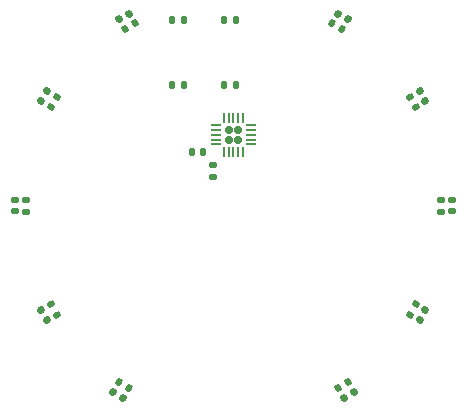
<source format=gtp>
%TF.GenerationSoftware,KiCad,Pcbnew,8.0.7*%
%TF.CreationDate,2024-12-04T21:33:05-06:00*%
%TF.ProjectId,b1,62312e6b-6963-4616-945f-706362585858,rev?*%
%TF.SameCoordinates,Original*%
%TF.FileFunction,Paste,Top*%
%TF.FilePolarity,Positive*%
%FSLAX46Y46*%
G04 Gerber Fmt 4.6, Leading zero omitted, Abs format (unit mm)*
G04 Created by KiCad (PCBNEW 8.0.7) date 2024-12-04 21:33:05*
%MOMM*%
%LPD*%
G01*
G04 APERTURE LIST*
G04 Aperture macros list*
%AMRoundRect*
0 Rectangle with rounded corners*
0 $1 Rounding radius*
0 $2 $3 $4 $5 $6 $7 $8 $9 X,Y pos of 4 corners*
0 Add a 4 corners polygon primitive as box body*
4,1,4,$2,$3,$4,$5,$6,$7,$8,$9,$2,$3,0*
0 Add four circle primitives for the rounded corners*
1,1,$1+$1,$2,$3*
1,1,$1+$1,$4,$5*
1,1,$1+$1,$6,$7*
1,1,$1+$1,$8,$9*
0 Add four rect primitives between the rounded corners*
20,1,$1+$1,$2,$3,$4,$5,0*
20,1,$1+$1,$4,$5,$6,$7,0*
20,1,$1+$1,$6,$7,$8,$9,0*
20,1,$1+$1,$8,$9,$2,$3,0*%
G04 Aperture macros list end*
%ADD10RoundRect,0.135000X0.209413X0.092715X-0.024413X0.227715X-0.209413X-0.092715X0.024413X-0.227715X0*%
%ADD11RoundRect,0.147500X0.223139X-0.041489X0.075639X0.213989X-0.223139X0.041489X-0.075639X-0.213989X0*%
%ADD12RoundRect,0.140000X-0.140000X-0.170000X0.140000X-0.170000X0.140000X0.170000X-0.140000X0.170000X0*%
%ADD13RoundRect,0.135000X0.227715X-0.024413X0.092715X0.209413X-0.227715X0.024413X-0.092715X-0.209413X0*%
%ADD14RoundRect,0.147500X0.213989X0.075639X-0.041489X0.223139X-0.213989X-0.075639X0.041489X-0.223139X0*%
%ADD15RoundRect,0.167500X-0.167500X-0.167500X0.167500X-0.167500X0.167500X0.167500X-0.167500X0.167500X0*%
%ADD16RoundRect,0.050000X-0.375000X-0.050000X0.375000X-0.050000X0.375000X0.050000X-0.375000X0.050000X0*%
%ADD17RoundRect,0.050000X-0.050000X-0.375000X0.050000X-0.375000X0.050000X0.375000X-0.050000X0.375000X0*%
%ADD18RoundRect,0.140000X-0.170000X0.140000X-0.170000X-0.140000X0.170000X-0.140000X0.170000X0.140000X0*%
%ADD19RoundRect,0.140000X0.140000X0.170000X-0.140000X0.170000X-0.140000X-0.170000X0.140000X-0.170000X0*%
%ADD20RoundRect,0.135000X0.024413X0.227715X-0.209413X0.092715X-0.024413X-0.227715X0.209413X-0.092715X0*%
%ADD21RoundRect,0.147500X-0.213989X-0.075639X0.041489X-0.223139X0.213989X0.075639X-0.041489X0.223139X0*%
%ADD22RoundRect,0.135000X-0.185000X0.135000X-0.185000X-0.135000X0.185000X-0.135000X0.185000X0.135000X0*%
%ADD23RoundRect,0.135000X0.092715X-0.209413X0.227715X0.024413X-0.092715X0.209413X-0.227715X-0.024413X0*%
%ADD24RoundRect,0.135000X0.185000X-0.135000X0.185000X0.135000X-0.185000X0.135000X-0.185000X-0.135000X0*%
%ADD25RoundRect,0.147500X0.041489X0.223139X-0.213989X0.075639X-0.041489X-0.223139X0.213989X-0.075639X0*%
%ADD26RoundRect,0.135000X-0.209413X-0.092715X0.024413X-0.227715X0.209413X0.092715X-0.024413X0.227715X0*%
%ADD27RoundRect,0.135000X-0.024413X-0.227715X0.209413X-0.092715X0.024413X0.227715X-0.209413X0.092715X0*%
%ADD28RoundRect,0.135000X-0.092715X0.209413X-0.227715X-0.024413X0.092715X-0.209413X0.227715X0.024413X0*%
%ADD29RoundRect,0.147500X-0.041489X-0.223139X0.213989X-0.075639X0.041489X0.223139X-0.213989X0.075639X0*%
%ADD30RoundRect,0.147500X-0.075639X0.213989X-0.223139X-0.041489X0.075639X-0.213989X0.223139X0.041489X0*%
%ADD31RoundRect,0.135000X-0.227715X0.024413X-0.092715X-0.209413X0.227715X-0.024413X0.092715X0.209413X0*%
%ADD32RoundRect,0.147500X0.172500X-0.147500X0.172500X0.147500X-0.172500X0.147500X-0.172500X-0.147500X0*%
%ADD33RoundRect,0.147500X0.075639X-0.213989X0.223139X0.041489X-0.075639X0.213989X-0.223139X-0.041489X0*%
%ADD34RoundRect,0.147500X-0.223139X0.041489X-0.075639X-0.213989X0.223139X-0.041489X0.075639X0.213989X0*%
%ADD35RoundRect,0.147500X-0.172500X0.147500X-0.172500X-0.147500X0.172500X-0.147500X0.172500X0.147500X0*%
G04 APERTURE END LIST*
D10*
%TO.C,R1*%
X41166673Y-65453745D03*
X40283327Y-64943745D03*
%TD*%
D11*
%TO.C,D2*%
X34221030Y-59670022D03*
X33736030Y-58829978D03*
%TD*%
D12*
%TO.C,C6*%
X49220000Y-34250000D03*
X50180000Y-34250000D03*
%TD*%
D13*
%TO.C,R2*%
X35056254Y-59216673D03*
X34546254Y-58333327D03*
%TD*%
D14*
%TO.C,D1*%
X40670022Y-66263969D03*
X39829978Y-65778969D03*
%TD*%
D15*
%TO.C,U1*%
X49590000Y-43590000D03*
X49590000Y-44410000D03*
X50410000Y-43590000D03*
X50410000Y-44410000D03*
D16*
X48550000Y-43200000D03*
X48550000Y-43600000D03*
X48550000Y-44000000D03*
X48550000Y-44400000D03*
X48550000Y-44800000D03*
D17*
X49200000Y-45450000D03*
X49600000Y-45450000D03*
X50000000Y-45450000D03*
X50400000Y-45450000D03*
X50800000Y-45450000D03*
D16*
X51450000Y-44800000D03*
X51450000Y-44400000D03*
X51450000Y-44000000D03*
X51450000Y-43600000D03*
X51450000Y-43200000D03*
D17*
X50800000Y-42550000D03*
X50400000Y-42550000D03*
X50000000Y-42550000D03*
X49600000Y-42550000D03*
X49200000Y-42550000D03*
%TD*%
D18*
%TO.C,C1*%
X48275000Y-46570000D03*
X48275000Y-47530000D03*
%TD*%
D19*
%TO.C,C5*%
X45780000Y-34250000D03*
X44820000Y-34250000D03*
%TD*%
D20*
%TO.C,R10*%
X59716673Y-64943745D03*
X58833327Y-65453745D03*
%TD*%
D21*
%TO.C,D6*%
X58829978Y-33736030D03*
X59670022Y-34221030D03*
%TD*%
D22*
%TO.C,R8*%
X67550000Y-49490000D03*
X67550000Y-50510000D03*
%TD*%
D23*
%TO.C,R4*%
X34546254Y-41666673D03*
X35056254Y-40783327D03*
%TD*%
D24*
%TO.C,R3*%
X32450000Y-50510000D03*
X32450000Y-49490000D03*
%TD*%
D25*
%TO.C,D10*%
X60170022Y-65778969D03*
X59329978Y-66263969D03*
%TD*%
D12*
%TO.C,C4*%
X49220000Y-39750000D03*
X50180000Y-39750000D03*
%TD*%
D19*
%TO.C,C3*%
X45780000Y-39750000D03*
X44820000Y-39750000D03*
%TD*%
D26*
%TO.C,R6*%
X58333327Y-34546254D03*
X59216673Y-35056254D03*
%TD*%
D27*
%TO.C,R5*%
X40783327Y-35056254D03*
X41666673Y-34546254D03*
%TD*%
D28*
%TO.C,R9*%
X65453745Y-58333327D03*
X64943745Y-59216673D03*
%TD*%
D29*
%TO.C,D5*%
X40329978Y-34221030D03*
X41170022Y-33736030D03*
%TD*%
D30*
%TO.C,D9*%
X66263969Y-58829978D03*
X65778969Y-59670022D03*
%TD*%
D31*
%TO.C,R7*%
X64943745Y-40783327D03*
X65453745Y-41666673D03*
%TD*%
D32*
%TO.C,D3*%
X31500000Y-50485000D03*
X31500000Y-49515000D03*
%TD*%
D33*
%TO.C,D4*%
X33736030Y-41170022D03*
X34221030Y-40329978D03*
%TD*%
D34*
%TO.C,D7*%
X65778969Y-40329978D03*
X66263969Y-41170022D03*
%TD*%
D19*
%TO.C,C2*%
X47430000Y-45450000D03*
X46470000Y-45450000D03*
%TD*%
D35*
%TO.C,D8*%
X68500000Y-49515000D03*
X68500000Y-50485000D03*
%TD*%
M02*

</source>
